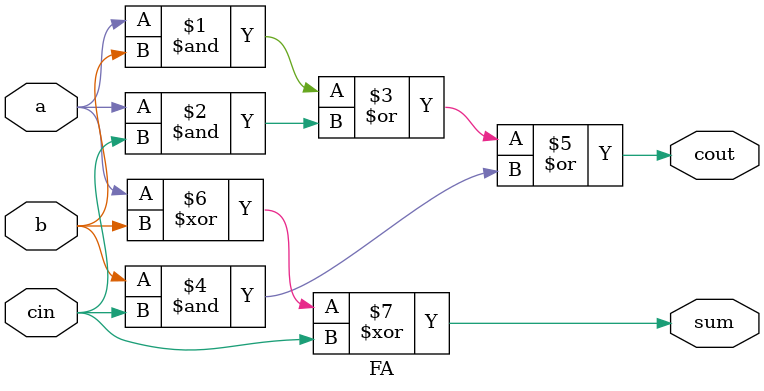
<source format=v>
module top_module( 
    input [2:0] a, b,
    input cin,
    output [2:0] cout,
    output [2:0] sum );

    FA FA1(a[0], b[0], cin, cout[0], sum[0]);
    FA FA2(a[1], b[1], cout[0], cout[1], sum[1]);
    FA FA3(a[2], b[2], cout[1], cout[2], sum[2]);
    
endmodule

module FA(
    input a, b, cin,
    output cout, sum);
    
    assign cout = (a&b)|(a&cin)|(b&cin);
    assign sum = a ^ b ^ cin;
endmodule

</source>
